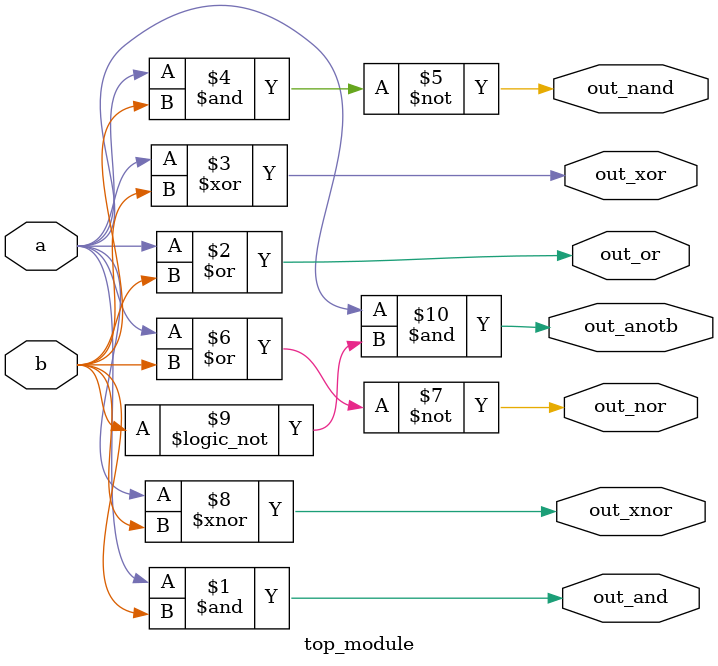
<source format=v>
module top_module( 
    input a, b,
    output out_and,
    output out_or,
    output out_xor,
    output out_nand,
    output out_nor,
    output out_xnor,
    output out_anotb
);

    assign out_and = a & b;
    assign out_or = a | b;
    assign out_xor = a ^ b;
    assign out_nand= ~(a&b);
    assign out_nor = ~(a | b);
    assign out_xnor = a ~^ b;
    assign out_anotb = a & !b;
endmodule

</source>
